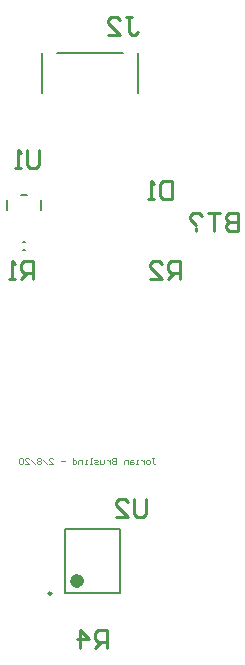
<source format=gbo>
G04 Layer_Color=13813960*
%FSLAX24Y24*%
%MOIN*%
G70*
G01*
G75*
%ADD13C,0.0100*%
%ADD14C,0.0079*%
%ADD31C,0.0039*%
%ADD51C,0.0098*%
%ADD52C,0.0236*%
%ADD53C,0.0080*%
D13*
X31004Y31693D02*
Y32293D01*
X30704D01*
X30604Y32193D01*
Y31993D01*
X30704Y31893D01*
X31004D01*
X30804D02*
X30604Y31693D01*
X30004D02*
X30404D01*
X30004Y32093D01*
Y32193D01*
X30104Y32293D01*
X30304D01*
X30404Y32193D01*
X26083Y31693D02*
Y32293D01*
X25783D01*
X25683Y32193D01*
Y31993D01*
X25783Y31893D01*
X26083D01*
X25883D02*
X25683Y31693D01*
X25483D02*
X25283D01*
X25383D01*
Y32293D01*
X25483Y32193D01*
X30712Y34957D02*
Y34357D01*
X30412D01*
X30312Y34457D01*
Y34857D01*
X30412Y34957D01*
X30712D01*
X30112Y34357D02*
X29912D01*
X30012D01*
Y34957D01*
X30112Y34857D01*
X26287Y35975D02*
Y35475D01*
X26187Y35375D01*
X25987D01*
X25887Y35475D01*
Y35975D01*
X25687Y35375D02*
X25487D01*
X25587D01*
Y35975D01*
X25687Y35875D01*
X28543Y19390D02*
Y19990D01*
X28243D01*
X28143Y19890D01*
Y19690D01*
X28243Y19590D01*
X28543D01*
X28343D02*
X28143Y19390D01*
X27644D02*
Y19990D01*
X27943Y19690D01*
X27544D01*
X32930Y33890D02*
Y33290D01*
X32630D01*
X32530Y33390D01*
Y33490D01*
X32630Y33590D01*
X32930D01*
X32630D01*
X32530Y33690D01*
Y33790D01*
X32630Y33890D01*
X32930D01*
X32330D02*
X31930D01*
X32130D01*
Y33290D01*
X31730Y33790D02*
X31630Y33890D01*
X31430D01*
X31331Y33790D01*
Y33690D01*
X31530Y33490D01*
Y33390D02*
Y33290D01*
X29189Y40410D02*
X29389D01*
X29289D01*
Y39910D01*
X29389Y39810D01*
X29489D01*
X29589Y39910D01*
X28589Y39810D02*
X28989D01*
X28589Y40210D01*
Y40310D01*
X28689Y40410D01*
X28889D01*
X28989Y40310D01*
X29850Y24350D02*
Y23850D01*
X29750Y23750D01*
X29550D01*
X29450Y23850D01*
Y24350D01*
X28850Y23750D02*
X29250D01*
X28850Y24150D01*
Y24250D01*
X28950Y24350D01*
X29150D01*
X29250Y24250D01*
D14*
X25748Y32648D02*
X25827D01*
X25748Y32904D02*
X25827D01*
X27165Y21220D02*
Y23346D01*
X28976Y21220D02*
Y23346D01*
X27165Y21220D02*
X28976D01*
X27165Y23346D02*
X28976D01*
D31*
X30066Y25709D02*
X30131D01*
X30098D01*
Y25545D01*
X30131Y25512D01*
X30164D01*
X30197Y25545D01*
X29967Y25512D02*
X29902D01*
X29869Y25545D01*
Y25610D01*
X29902Y25643D01*
X29967D01*
X30000Y25610D01*
Y25545D01*
X29967Y25512D01*
X29803Y25643D02*
Y25512D01*
Y25577D01*
X29770Y25610D01*
X29738Y25643D01*
X29705D01*
X29606Y25512D02*
X29541D01*
X29574D01*
Y25643D01*
X29606D01*
X29410D02*
X29344D01*
X29311Y25610D01*
Y25512D01*
X29410D01*
X29443Y25545D01*
X29410Y25577D01*
X29311D01*
X29246Y25512D02*
Y25643D01*
X29147D01*
X29115Y25610D01*
Y25512D01*
X28852Y25709D02*
Y25512D01*
X28754D01*
X28721Y25545D01*
Y25577D01*
X28754Y25610D01*
X28852D01*
X28754D01*
X28721Y25643D01*
Y25676D01*
X28754Y25709D01*
X28852D01*
X28655Y25643D02*
Y25512D01*
Y25577D01*
X28623Y25610D01*
X28590Y25643D01*
X28557D01*
X28459D02*
Y25545D01*
X28426Y25512D01*
X28327D01*
Y25643D01*
X28262Y25512D02*
X28163D01*
X28131Y25545D01*
X28163Y25577D01*
X28229D01*
X28262Y25610D01*
X28229Y25643D01*
X28131D01*
X28065Y25512D02*
X27999D01*
X28032D01*
Y25709D01*
X28065D01*
X27901Y25512D02*
X27835D01*
X27868D01*
Y25643D01*
X27901D01*
X27737Y25512D02*
Y25643D01*
X27639D01*
X27606Y25610D01*
Y25512D01*
X27409Y25709D02*
Y25512D01*
X27507D01*
X27540Y25545D01*
Y25610D01*
X27507Y25643D01*
X27409D01*
X27147Y25610D02*
X27015D01*
X26622Y25512D02*
X26753D01*
X26622Y25643D01*
Y25676D01*
X26655Y25709D01*
X26720D01*
X26753Y25676D01*
X26556Y25512D02*
X26425Y25643D01*
X26360Y25676D02*
X26327Y25709D01*
X26261D01*
X26228Y25676D01*
Y25643D01*
X26261Y25610D01*
X26228Y25577D01*
Y25545D01*
X26261Y25512D01*
X26327D01*
X26360Y25545D01*
Y25577D01*
X26327Y25610D01*
X26360Y25643D01*
Y25676D01*
X26327Y25610D02*
X26261D01*
X26163Y25512D02*
X26032Y25643D01*
X25835Y25512D02*
X25966D01*
X25835Y25643D01*
Y25676D01*
X25868Y25709D01*
X25933D01*
X25966Y25676D01*
X25769D02*
X25736Y25709D01*
X25671D01*
X25638Y25676D01*
Y25545D01*
X25671Y25512D01*
X25736D01*
X25769Y25545D01*
Y25676D01*
D51*
X26703Y21199D02*
G03*
X26703Y21199I-49J0D01*
G01*
D52*
X27677Y21614D02*
G03*
X27677Y21614I-118J0D01*
G01*
D53*
X25682Y34473D02*
X25893D01*
X26347Y33984D02*
Y34323D01*
X25227Y33984D02*
Y34323D01*
X26892Y39225D02*
X29092D01*
X26392Y37875D02*
Y39225D01*
X29592Y37875D02*
Y39225D01*
M02*

</source>
